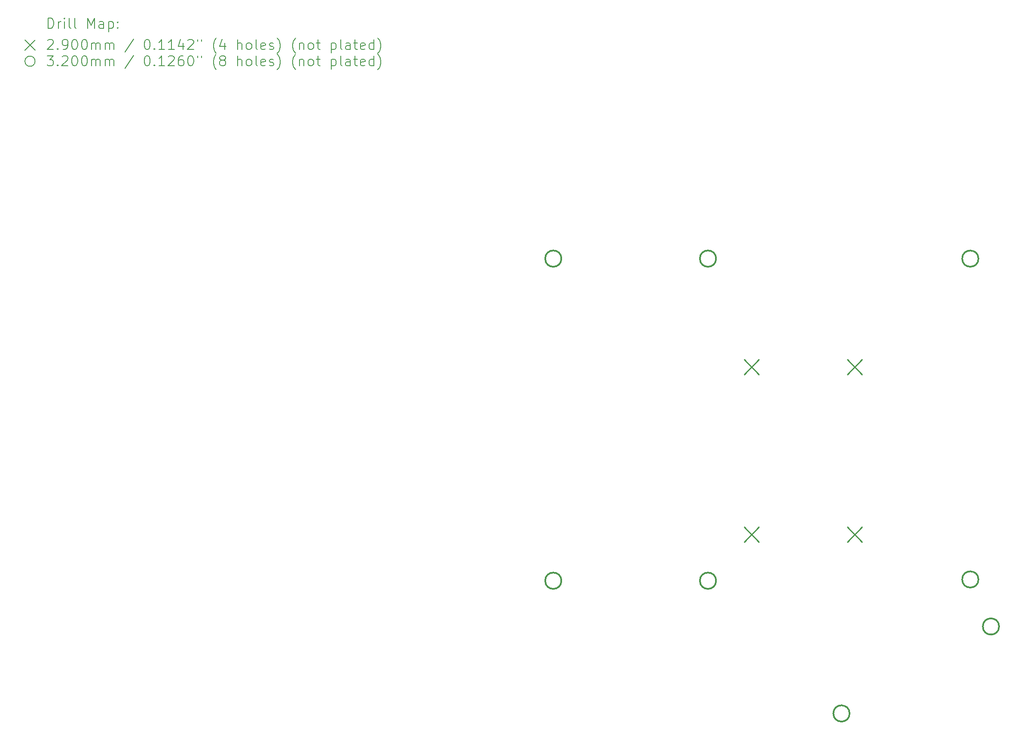
<source format=gbr>
%FSLAX45Y45*%
G04 Gerber Fmt 4.5, Leading zero omitted, Abs format (unit mm)*
G04 Created by KiCad (PCBNEW (6.0.1)) date 2022-03-10 19:24:14*
%MOMM*%
%LPD*%
G01*
G04 APERTURE LIST*
%ADD10C,0.200000*%
%ADD11C,0.290000*%
%ADD12C,0.320000*%
G04 APERTURE END LIST*
D10*
D11*
X13971351Y-6842449D02*
X14261351Y-7132449D01*
X14261351Y-6842449D02*
X13971351Y-7132449D01*
X13971351Y-10144449D02*
X14261351Y-10434449D01*
X14261351Y-10144449D02*
X13971351Y-10434449D01*
X16003351Y-6842449D02*
X16293351Y-7132449D01*
X16293351Y-6842449D02*
X16003351Y-7132449D01*
X16003351Y-10144449D02*
X16293351Y-10434449D01*
X16293351Y-10144449D02*
X16003351Y-10434449D01*
D12*
X10370800Y-4851400D02*
G75*
G03*
X10370800Y-4851400I-160000J0D01*
G01*
X10370800Y-11201400D02*
G75*
G03*
X10370800Y-11201400I-160000J0D01*
G01*
X13418800Y-4851400D02*
G75*
G03*
X13418800Y-4851400I-160000J0D01*
G01*
X13418800Y-11201400D02*
G75*
G03*
X13418800Y-11201400I-160000J0D01*
G01*
X16049300Y-13817600D02*
G75*
G03*
X16049300Y-13817600I-160000J0D01*
G01*
X18587700Y-4851400D02*
G75*
G03*
X18587700Y-4851400I-160000J0D01*
G01*
X18587700Y-11176000D02*
G75*
G03*
X18587700Y-11176000I-160000J0D01*
G01*
X18994100Y-12103100D02*
G75*
G03*
X18994100Y-12103100I-160000J0D01*
G01*
D10*
X257619Y-310476D02*
X257619Y-110476D01*
X305238Y-110476D01*
X333810Y-120000D01*
X352857Y-139048D01*
X362381Y-158095D01*
X371905Y-196190D01*
X371905Y-224762D01*
X362381Y-262857D01*
X352857Y-281905D01*
X333810Y-300952D01*
X305238Y-310476D01*
X257619Y-310476D01*
X457619Y-310476D02*
X457619Y-177143D01*
X457619Y-215238D02*
X467143Y-196190D01*
X476667Y-186667D01*
X495714Y-177143D01*
X514762Y-177143D01*
X581429Y-310476D02*
X581429Y-177143D01*
X581429Y-110476D02*
X571905Y-120000D01*
X581429Y-129524D01*
X590952Y-120000D01*
X581429Y-110476D01*
X581429Y-129524D01*
X705238Y-310476D02*
X686190Y-300952D01*
X676667Y-281905D01*
X676667Y-110476D01*
X810000Y-310476D02*
X790952Y-300952D01*
X781428Y-281905D01*
X781428Y-110476D01*
X1038571Y-310476D02*
X1038571Y-110476D01*
X1105238Y-253333D01*
X1171905Y-110476D01*
X1171905Y-310476D01*
X1352857Y-310476D02*
X1352857Y-205714D01*
X1343333Y-186667D01*
X1324286Y-177143D01*
X1286190Y-177143D01*
X1267143Y-186667D01*
X1352857Y-300952D02*
X1333810Y-310476D01*
X1286190Y-310476D01*
X1267143Y-300952D01*
X1257619Y-281905D01*
X1257619Y-262857D01*
X1267143Y-243809D01*
X1286190Y-234286D01*
X1333810Y-234286D01*
X1352857Y-224762D01*
X1448095Y-177143D02*
X1448095Y-377143D01*
X1448095Y-186667D02*
X1467143Y-177143D01*
X1505238Y-177143D01*
X1524286Y-186667D01*
X1533809Y-196190D01*
X1543333Y-215238D01*
X1543333Y-272381D01*
X1533809Y-291429D01*
X1524286Y-300952D01*
X1505238Y-310476D01*
X1467143Y-310476D01*
X1448095Y-300952D01*
X1629048Y-291429D02*
X1638571Y-300952D01*
X1629048Y-310476D01*
X1619524Y-300952D01*
X1629048Y-291429D01*
X1629048Y-310476D01*
X1629048Y-186667D02*
X1638571Y-196190D01*
X1629048Y-205714D01*
X1619524Y-196190D01*
X1629048Y-186667D01*
X1629048Y-205714D01*
X-200000Y-540000D02*
X0Y-740000D01*
X0Y-540000D02*
X-200000Y-740000D01*
X248095Y-549524D02*
X257619Y-540000D01*
X276667Y-530476D01*
X324286Y-530476D01*
X343333Y-540000D01*
X352857Y-549524D01*
X362381Y-568571D01*
X362381Y-587619D01*
X352857Y-616190D01*
X238571Y-730476D01*
X362381Y-730476D01*
X448095Y-711428D02*
X457619Y-720952D01*
X448095Y-730476D01*
X438571Y-720952D01*
X448095Y-711428D01*
X448095Y-730476D01*
X552857Y-730476D02*
X590952Y-730476D01*
X610000Y-720952D01*
X619524Y-711428D01*
X638571Y-682857D01*
X648095Y-644762D01*
X648095Y-568571D01*
X638571Y-549524D01*
X629048Y-540000D01*
X610000Y-530476D01*
X571905Y-530476D01*
X552857Y-540000D01*
X543333Y-549524D01*
X533810Y-568571D01*
X533810Y-616190D01*
X543333Y-635238D01*
X552857Y-644762D01*
X571905Y-654286D01*
X610000Y-654286D01*
X629048Y-644762D01*
X638571Y-635238D01*
X648095Y-616190D01*
X771905Y-530476D02*
X790952Y-530476D01*
X810000Y-540000D01*
X819524Y-549524D01*
X829048Y-568571D01*
X838571Y-606667D01*
X838571Y-654286D01*
X829048Y-692381D01*
X819524Y-711428D01*
X810000Y-720952D01*
X790952Y-730476D01*
X771905Y-730476D01*
X752857Y-720952D01*
X743333Y-711428D01*
X733809Y-692381D01*
X724286Y-654286D01*
X724286Y-606667D01*
X733809Y-568571D01*
X743333Y-549524D01*
X752857Y-540000D01*
X771905Y-530476D01*
X962381Y-530476D02*
X981428Y-530476D01*
X1000476Y-540000D01*
X1010000Y-549524D01*
X1019524Y-568571D01*
X1029048Y-606667D01*
X1029048Y-654286D01*
X1019524Y-692381D01*
X1010000Y-711428D01*
X1000476Y-720952D01*
X981428Y-730476D01*
X962381Y-730476D01*
X943333Y-720952D01*
X933809Y-711428D01*
X924286Y-692381D01*
X914762Y-654286D01*
X914762Y-606667D01*
X924286Y-568571D01*
X933809Y-549524D01*
X943333Y-540000D01*
X962381Y-530476D01*
X1114762Y-730476D02*
X1114762Y-597143D01*
X1114762Y-616190D02*
X1124286Y-606667D01*
X1143333Y-597143D01*
X1171905Y-597143D01*
X1190952Y-606667D01*
X1200476Y-625714D01*
X1200476Y-730476D01*
X1200476Y-625714D02*
X1210000Y-606667D01*
X1229048Y-597143D01*
X1257619Y-597143D01*
X1276667Y-606667D01*
X1286190Y-625714D01*
X1286190Y-730476D01*
X1381429Y-730476D02*
X1381429Y-597143D01*
X1381429Y-616190D02*
X1390952Y-606667D01*
X1410000Y-597143D01*
X1438571Y-597143D01*
X1457619Y-606667D01*
X1467143Y-625714D01*
X1467143Y-730476D01*
X1467143Y-625714D02*
X1476667Y-606667D01*
X1495714Y-597143D01*
X1524286Y-597143D01*
X1543333Y-606667D01*
X1552857Y-625714D01*
X1552857Y-730476D01*
X1943333Y-520952D02*
X1771905Y-778095D01*
X2200476Y-530476D02*
X2219524Y-530476D01*
X2238571Y-540000D01*
X2248095Y-549524D01*
X2257619Y-568571D01*
X2267143Y-606667D01*
X2267143Y-654286D01*
X2257619Y-692381D01*
X2248095Y-711428D01*
X2238571Y-720952D01*
X2219524Y-730476D01*
X2200476Y-730476D01*
X2181429Y-720952D01*
X2171905Y-711428D01*
X2162381Y-692381D01*
X2152857Y-654286D01*
X2152857Y-606667D01*
X2162381Y-568571D01*
X2171905Y-549524D01*
X2181429Y-540000D01*
X2200476Y-530476D01*
X2352857Y-711428D02*
X2362381Y-720952D01*
X2352857Y-730476D01*
X2343333Y-720952D01*
X2352857Y-711428D01*
X2352857Y-730476D01*
X2552857Y-730476D02*
X2438571Y-730476D01*
X2495714Y-730476D02*
X2495714Y-530476D01*
X2476667Y-559048D01*
X2457619Y-578095D01*
X2438571Y-587619D01*
X2743333Y-730476D02*
X2629048Y-730476D01*
X2686190Y-730476D02*
X2686190Y-530476D01*
X2667143Y-559048D01*
X2648095Y-578095D01*
X2629048Y-587619D01*
X2914762Y-597143D02*
X2914762Y-730476D01*
X2867143Y-520952D02*
X2819524Y-663810D01*
X2943333Y-663810D01*
X3010000Y-549524D02*
X3019524Y-540000D01*
X3038571Y-530476D01*
X3086190Y-530476D01*
X3105238Y-540000D01*
X3114762Y-549524D01*
X3124286Y-568571D01*
X3124286Y-587619D01*
X3114762Y-616190D01*
X3000476Y-730476D01*
X3124286Y-730476D01*
X3200476Y-530476D02*
X3200476Y-568571D01*
X3276667Y-530476D02*
X3276667Y-568571D01*
X3571905Y-806667D02*
X3562381Y-797143D01*
X3543333Y-768571D01*
X3533809Y-749524D01*
X3524286Y-720952D01*
X3514762Y-673333D01*
X3514762Y-635238D01*
X3524286Y-587619D01*
X3533809Y-559048D01*
X3543333Y-540000D01*
X3562381Y-511428D01*
X3571905Y-501905D01*
X3733809Y-597143D02*
X3733809Y-730476D01*
X3686190Y-520952D02*
X3638571Y-663810D01*
X3762381Y-663810D01*
X3990952Y-730476D02*
X3990952Y-530476D01*
X4076667Y-730476D02*
X4076667Y-625714D01*
X4067143Y-606667D01*
X4048095Y-597143D01*
X4019524Y-597143D01*
X4000476Y-606667D01*
X3990952Y-616190D01*
X4200476Y-730476D02*
X4181428Y-720952D01*
X4171905Y-711428D01*
X4162381Y-692381D01*
X4162381Y-635238D01*
X4171905Y-616190D01*
X4181428Y-606667D01*
X4200476Y-597143D01*
X4229048Y-597143D01*
X4248095Y-606667D01*
X4257619Y-616190D01*
X4267143Y-635238D01*
X4267143Y-692381D01*
X4257619Y-711428D01*
X4248095Y-720952D01*
X4229048Y-730476D01*
X4200476Y-730476D01*
X4381429Y-730476D02*
X4362381Y-720952D01*
X4352857Y-701905D01*
X4352857Y-530476D01*
X4533810Y-720952D02*
X4514762Y-730476D01*
X4476667Y-730476D01*
X4457619Y-720952D01*
X4448095Y-701905D01*
X4448095Y-625714D01*
X4457619Y-606667D01*
X4476667Y-597143D01*
X4514762Y-597143D01*
X4533810Y-606667D01*
X4543333Y-625714D01*
X4543333Y-644762D01*
X4448095Y-663810D01*
X4619524Y-720952D02*
X4638571Y-730476D01*
X4676667Y-730476D01*
X4695714Y-720952D01*
X4705238Y-701905D01*
X4705238Y-692381D01*
X4695714Y-673333D01*
X4676667Y-663810D01*
X4648095Y-663810D01*
X4629048Y-654286D01*
X4619524Y-635238D01*
X4619524Y-625714D01*
X4629048Y-606667D01*
X4648095Y-597143D01*
X4676667Y-597143D01*
X4695714Y-606667D01*
X4771905Y-806667D02*
X4781429Y-797143D01*
X4800476Y-768571D01*
X4810000Y-749524D01*
X4819524Y-720952D01*
X4829048Y-673333D01*
X4829048Y-635238D01*
X4819524Y-587619D01*
X4810000Y-559048D01*
X4800476Y-540000D01*
X4781429Y-511428D01*
X4771905Y-501905D01*
X5133810Y-806667D02*
X5124286Y-797143D01*
X5105238Y-768571D01*
X5095714Y-749524D01*
X5086190Y-720952D01*
X5076667Y-673333D01*
X5076667Y-635238D01*
X5086190Y-587619D01*
X5095714Y-559048D01*
X5105238Y-540000D01*
X5124286Y-511428D01*
X5133810Y-501905D01*
X5210000Y-597143D02*
X5210000Y-730476D01*
X5210000Y-616190D02*
X5219524Y-606667D01*
X5238571Y-597143D01*
X5267143Y-597143D01*
X5286190Y-606667D01*
X5295714Y-625714D01*
X5295714Y-730476D01*
X5419524Y-730476D02*
X5400476Y-720952D01*
X5390952Y-711428D01*
X5381429Y-692381D01*
X5381429Y-635238D01*
X5390952Y-616190D01*
X5400476Y-606667D01*
X5419524Y-597143D01*
X5448095Y-597143D01*
X5467143Y-606667D01*
X5476667Y-616190D01*
X5486190Y-635238D01*
X5486190Y-692381D01*
X5476667Y-711428D01*
X5467143Y-720952D01*
X5448095Y-730476D01*
X5419524Y-730476D01*
X5543333Y-597143D02*
X5619524Y-597143D01*
X5571905Y-530476D02*
X5571905Y-701905D01*
X5581429Y-720952D01*
X5600476Y-730476D01*
X5619524Y-730476D01*
X5838571Y-597143D02*
X5838571Y-797143D01*
X5838571Y-606667D02*
X5857619Y-597143D01*
X5895714Y-597143D01*
X5914762Y-606667D01*
X5924286Y-616190D01*
X5933809Y-635238D01*
X5933809Y-692381D01*
X5924286Y-711428D01*
X5914762Y-720952D01*
X5895714Y-730476D01*
X5857619Y-730476D01*
X5838571Y-720952D01*
X6048095Y-730476D02*
X6029048Y-720952D01*
X6019524Y-701905D01*
X6019524Y-530476D01*
X6210000Y-730476D02*
X6210000Y-625714D01*
X6200476Y-606667D01*
X6181428Y-597143D01*
X6143333Y-597143D01*
X6124286Y-606667D01*
X6210000Y-720952D02*
X6190952Y-730476D01*
X6143333Y-730476D01*
X6124286Y-720952D01*
X6114762Y-701905D01*
X6114762Y-682857D01*
X6124286Y-663810D01*
X6143333Y-654286D01*
X6190952Y-654286D01*
X6210000Y-644762D01*
X6276667Y-597143D02*
X6352857Y-597143D01*
X6305238Y-530476D02*
X6305238Y-701905D01*
X6314762Y-720952D01*
X6333809Y-730476D01*
X6352857Y-730476D01*
X6495714Y-720952D02*
X6476667Y-730476D01*
X6438571Y-730476D01*
X6419524Y-720952D01*
X6410000Y-701905D01*
X6410000Y-625714D01*
X6419524Y-606667D01*
X6438571Y-597143D01*
X6476667Y-597143D01*
X6495714Y-606667D01*
X6505238Y-625714D01*
X6505238Y-644762D01*
X6410000Y-663810D01*
X6676667Y-730476D02*
X6676667Y-530476D01*
X6676667Y-720952D02*
X6657619Y-730476D01*
X6619524Y-730476D01*
X6600476Y-720952D01*
X6590952Y-711428D01*
X6581428Y-692381D01*
X6581428Y-635238D01*
X6590952Y-616190D01*
X6600476Y-606667D01*
X6619524Y-597143D01*
X6657619Y-597143D01*
X6676667Y-606667D01*
X6752857Y-806667D02*
X6762381Y-797143D01*
X6781428Y-768571D01*
X6790952Y-749524D01*
X6800476Y-720952D01*
X6810000Y-673333D01*
X6810000Y-635238D01*
X6800476Y-587619D01*
X6790952Y-559048D01*
X6781428Y-540000D01*
X6762381Y-511428D01*
X6752857Y-501905D01*
X0Y-960000D02*
G75*
G03*
X0Y-960000I-100000J0D01*
G01*
X238571Y-850476D02*
X362381Y-850476D01*
X295714Y-926667D01*
X324286Y-926667D01*
X343333Y-936190D01*
X352857Y-945714D01*
X362381Y-964762D01*
X362381Y-1012381D01*
X352857Y-1031428D01*
X343333Y-1040952D01*
X324286Y-1050476D01*
X267143Y-1050476D01*
X248095Y-1040952D01*
X238571Y-1031428D01*
X448095Y-1031428D02*
X457619Y-1040952D01*
X448095Y-1050476D01*
X438571Y-1040952D01*
X448095Y-1031428D01*
X448095Y-1050476D01*
X533810Y-869524D02*
X543333Y-860000D01*
X562381Y-850476D01*
X610000Y-850476D01*
X629048Y-860000D01*
X638571Y-869524D01*
X648095Y-888571D01*
X648095Y-907619D01*
X638571Y-936190D01*
X524286Y-1050476D01*
X648095Y-1050476D01*
X771905Y-850476D02*
X790952Y-850476D01*
X810000Y-860000D01*
X819524Y-869524D01*
X829048Y-888571D01*
X838571Y-926667D01*
X838571Y-974286D01*
X829048Y-1012381D01*
X819524Y-1031428D01*
X810000Y-1040952D01*
X790952Y-1050476D01*
X771905Y-1050476D01*
X752857Y-1040952D01*
X743333Y-1031428D01*
X733809Y-1012381D01*
X724286Y-974286D01*
X724286Y-926667D01*
X733809Y-888571D01*
X743333Y-869524D01*
X752857Y-860000D01*
X771905Y-850476D01*
X962381Y-850476D02*
X981428Y-850476D01*
X1000476Y-860000D01*
X1010000Y-869524D01*
X1019524Y-888571D01*
X1029048Y-926667D01*
X1029048Y-974286D01*
X1019524Y-1012381D01*
X1010000Y-1031428D01*
X1000476Y-1040952D01*
X981428Y-1050476D01*
X962381Y-1050476D01*
X943333Y-1040952D01*
X933809Y-1031428D01*
X924286Y-1012381D01*
X914762Y-974286D01*
X914762Y-926667D01*
X924286Y-888571D01*
X933809Y-869524D01*
X943333Y-860000D01*
X962381Y-850476D01*
X1114762Y-1050476D02*
X1114762Y-917143D01*
X1114762Y-936190D02*
X1124286Y-926667D01*
X1143333Y-917143D01*
X1171905Y-917143D01*
X1190952Y-926667D01*
X1200476Y-945714D01*
X1200476Y-1050476D01*
X1200476Y-945714D02*
X1210000Y-926667D01*
X1229048Y-917143D01*
X1257619Y-917143D01*
X1276667Y-926667D01*
X1286190Y-945714D01*
X1286190Y-1050476D01*
X1381429Y-1050476D02*
X1381429Y-917143D01*
X1381429Y-936190D02*
X1390952Y-926667D01*
X1410000Y-917143D01*
X1438571Y-917143D01*
X1457619Y-926667D01*
X1467143Y-945714D01*
X1467143Y-1050476D01*
X1467143Y-945714D02*
X1476667Y-926667D01*
X1495714Y-917143D01*
X1524286Y-917143D01*
X1543333Y-926667D01*
X1552857Y-945714D01*
X1552857Y-1050476D01*
X1943333Y-840952D02*
X1771905Y-1098095D01*
X2200476Y-850476D02*
X2219524Y-850476D01*
X2238571Y-860000D01*
X2248095Y-869524D01*
X2257619Y-888571D01*
X2267143Y-926667D01*
X2267143Y-974286D01*
X2257619Y-1012381D01*
X2248095Y-1031428D01*
X2238571Y-1040952D01*
X2219524Y-1050476D01*
X2200476Y-1050476D01*
X2181429Y-1040952D01*
X2171905Y-1031428D01*
X2162381Y-1012381D01*
X2152857Y-974286D01*
X2152857Y-926667D01*
X2162381Y-888571D01*
X2171905Y-869524D01*
X2181429Y-860000D01*
X2200476Y-850476D01*
X2352857Y-1031428D02*
X2362381Y-1040952D01*
X2352857Y-1050476D01*
X2343333Y-1040952D01*
X2352857Y-1031428D01*
X2352857Y-1050476D01*
X2552857Y-1050476D02*
X2438571Y-1050476D01*
X2495714Y-1050476D02*
X2495714Y-850476D01*
X2476667Y-879048D01*
X2457619Y-898095D01*
X2438571Y-907619D01*
X2629048Y-869524D02*
X2638571Y-860000D01*
X2657619Y-850476D01*
X2705238Y-850476D01*
X2724286Y-860000D01*
X2733810Y-869524D01*
X2743333Y-888571D01*
X2743333Y-907619D01*
X2733810Y-936190D01*
X2619524Y-1050476D01*
X2743333Y-1050476D01*
X2914762Y-850476D02*
X2876667Y-850476D01*
X2857619Y-860000D01*
X2848095Y-869524D01*
X2829048Y-898095D01*
X2819524Y-936190D01*
X2819524Y-1012381D01*
X2829048Y-1031428D01*
X2838571Y-1040952D01*
X2857619Y-1050476D01*
X2895714Y-1050476D01*
X2914762Y-1040952D01*
X2924286Y-1031428D01*
X2933809Y-1012381D01*
X2933809Y-964762D01*
X2924286Y-945714D01*
X2914762Y-936190D01*
X2895714Y-926667D01*
X2857619Y-926667D01*
X2838571Y-936190D01*
X2829048Y-945714D01*
X2819524Y-964762D01*
X3057619Y-850476D02*
X3076667Y-850476D01*
X3095714Y-860000D01*
X3105238Y-869524D01*
X3114762Y-888571D01*
X3124286Y-926667D01*
X3124286Y-974286D01*
X3114762Y-1012381D01*
X3105238Y-1031428D01*
X3095714Y-1040952D01*
X3076667Y-1050476D01*
X3057619Y-1050476D01*
X3038571Y-1040952D01*
X3029048Y-1031428D01*
X3019524Y-1012381D01*
X3010000Y-974286D01*
X3010000Y-926667D01*
X3019524Y-888571D01*
X3029048Y-869524D01*
X3038571Y-860000D01*
X3057619Y-850476D01*
X3200476Y-850476D02*
X3200476Y-888571D01*
X3276667Y-850476D02*
X3276667Y-888571D01*
X3571905Y-1126667D02*
X3562381Y-1117143D01*
X3543333Y-1088571D01*
X3533809Y-1069524D01*
X3524286Y-1040952D01*
X3514762Y-993333D01*
X3514762Y-955238D01*
X3524286Y-907619D01*
X3533809Y-879048D01*
X3543333Y-860000D01*
X3562381Y-831428D01*
X3571905Y-821905D01*
X3676667Y-936190D02*
X3657619Y-926667D01*
X3648095Y-917143D01*
X3638571Y-898095D01*
X3638571Y-888571D01*
X3648095Y-869524D01*
X3657619Y-860000D01*
X3676667Y-850476D01*
X3714762Y-850476D01*
X3733809Y-860000D01*
X3743333Y-869524D01*
X3752857Y-888571D01*
X3752857Y-898095D01*
X3743333Y-917143D01*
X3733809Y-926667D01*
X3714762Y-936190D01*
X3676667Y-936190D01*
X3657619Y-945714D01*
X3648095Y-955238D01*
X3638571Y-974286D01*
X3638571Y-1012381D01*
X3648095Y-1031428D01*
X3657619Y-1040952D01*
X3676667Y-1050476D01*
X3714762Y-1050476D01*
X3733809Y-1040952D01*
X3743333Y-1031428D01*
X3752857Y-1012381D01*
X3752857Y-974286D01*
X3743333Y-955238D01*
X3733809Y-945714D01*
X3714762Y-936190D01*
X3990952Y-1050476D02*
X3990952Y-850476D01*
X4076667Y-1050476D02*
X4076667Y-945714D01*
X4067143Y-926667D01*
X4048095Y-917143D01*
X4019524Y-917143D01*
X4000476Y-926667D01*
X3990952Y-936190D01*
X4200476Y-1050476D02*
X4181428Y-1040952D01*
X4171905Y-1031428D01*
X4162381Y-1012381D01*
X4162381Y-955238D01*
X4171905Y-936190D01*
X4181428Y-926667D01*
X4200476Y-917143D01*
X4229048Y-917143D01*
X4248095Y-926667D01*
X4257619Y-936190D01*
X4267143Y-955238D01*
X4267143Y-1012381D01*
X4257619Y-1031428D01*
X4248095Y-1040952D01*
X4229048Y-1050476D01*
X4200476Y-1050476D01*
X4381429Y-1050476D02*
X4362381Y-1040952D01*
X4352857Y-1021905D01*
X4352857Y-850476D01*
X4533810Y-1040952D02*
X4514762Y-1050476D01*
X4476667Y-1050476D01*
X4457619Y-1040952D01*
X4448095Y-1021905D01*
X4448095Y-945714D01*
X4457619Y-926667D01*
X4476667Y-917143D01*
X4514762Y-917143D01*
X4533810Y-926667D01*
X4543333Y-945714D01*
X4543333Y-964762D01*
X4448095Y-983809D01*
X4619524Y-1040952D02*
X4638571Y-1050476D01*
X4676667Y-1050476D01*
X4695714Y-1040952D01*
X4705238Y-1021905D01*
X4705238Y-1012381D01*
X4695714Y-993333D01*
X4676667Y-983809D01*
X4648095Y-983809D01*
X4629048Y-974286D01*
X4619524Y-955238D01*
X4619524Y-945714D01*
X4629048Y-926667D01*
X4648095Y-917143D01*
X4676667Y-917143D01*
X4695714Y-926667D01*
X4771905Y-1126667D02*
X4781429Y-1117143D01*
X4800476Y-1088571D01*
X4810000Y-1069524D01*
X4819524Y-1040952D01*
X4829048Y-993333D01*
X4829048Y-955238D01*
X4819524Y-907619D01*
X4810000Y-879048D01*
X4800476Y-860000D01*
X4781429Y-831428D01*
X4771905Y-821905D01*
X5133810Y-1126667D02*
X5124286Y-1117143D01*
X5105238Y-1088571D01*
X5095714Y-1069524D01*
X5086190Y-1040952D01*
X5076667Y-993333D01*
X5076667Y-955238D01*
X5086190Y-907619D01*
X5095714Y-879048D01*
X5105238Y-860000D01*
X5124286Y-831428D01*
X5133810Y-821905D01*
X5210000Y-917143D02*
X5210000Y-1050476D01*
X5210000Y-936190D02*
X5219524Y-926667D01*
X5238571Y-917143D01*
X5267143Y-917143D01*
X5286190Y-926667D01*
X5295714Y-945714D01*
X5295714Y-1050476D01*
X5419524Y-1050476D02*
X5400476Y-1040952D01*
X5390952Y-1031428D01*
X5381429Y-1012381D01*
X5381429Y-955238D01*
X5390952Y-936190D01*
X5400476Y-926667D01*
X5419524Y-917143D01*
X5448095Y-917143D01*
X5467143Y-926667D01*
X5476667Y-936190D01*
X5486190Y-955238D01*
X5486190Y-1012381D01*
X5476667Y-1031428D01*
X5467143Y-1040952D01*
X5448095Y-1050476D01*
X5419524Y-1050476D01*
X5543333Y-917143D02*
X5619524Y-917143D01*
X5571905Y-850476D02*
X5571905Y-1021905D01*
X5581429Y-1040952D01*
X5600476Y-1050476D01*
X5619524Y-1050476D01*
X5838571Y-917143D02*
X5838571Y-1117143D01*
X5838571Y-926667D02*
X5857619Y-917143D01*
X5895714Y-917143D01*
X5914762Y-926667D01*
X5924286Y-936190D01*
X5933809Y-955238D01*
X5933809Y-1012381D01*
X5924286Y-1031428D01*
X5914762Y-1040952D01*
X5895714Y-1050476D01*
X5857619Y-1050476D01*
X5838571Y-1040952D01*
X6048095Y-1050476D02*
X6029048Y-1040952D01*
X6019524Y-1021905D01*
X6019524Y-850476D01*
X6210000Y-1050476D02*
X6210000Y-945714D01*
X6200476Y-926667D01*
X6181428Y-917143D01*
X6143333Y-917143D01*
X6124286Y-926667D01*
X6210000Y-1040952D02*
X6190952Y-1050476D01*
X6143333Y-1050476D01*
X6124286Y-1040952D01*
X6114762Y-1021905D01*
X6114762Y-1002857D01*
X6124286Y-983809D01*
X6143333Y-974286D01*
X6190952Y-974286D01*
X6210000Y-964762D01*
X6276667Y-917143D02*
X6352857Y-917143D01*
X6305238Y-850476D02*
X6305238Y-1021905D01*
X6314762Y-1040952D01*
X6333809Y-1050476D01*
X6352857Y-1050476D01*
X6495714Y-1040952D02*
X6476667Y-1050476D01*
X6438571Y-1050476D01*
X6419524Y-1040952D01*
X6410000Y-1021905D01*
X6410000Y-945714D01*
X6419524Y-926667D01*
X6438571Y-917143D01*
X6476667Y-917143D01*
X6495714Y-926667D01*
X6505238Y-945714D01*
X6505238Y-964762D01*
X6410000Y-983809D01*
X6676667Y-1050476D02*
X6676667Y-850476D01*
X6676667Y-1040952D02*
X6657619Y-1050476D01*
X6619524Y-1050476D01*
X6600476Y-1040952D01*
X6590952Y-1031428D01*
X6581428Y-1012381D01*
X6581428Y-955238D01*
X6590952Y-936190D01*
X6600476Y-926667D01*
X6619524Y-917143D01*
X6657619Y-917143D01*
X6676667Y-926667D01*
X6752857Y-1126667D02*
X6762381Y-1117143D01*
X6781428Y-1088571D01*
X6790952Y-1069524D01*
X6800476Y-1040952D01*
X6810000Y-993333D01*
X6810000Y-955238D01*
X6800476Y-907619D01*
X6790952Y-879048D01*
X6781428Y-860000D01*
X6762381Y-831428D01*
X6752857Y-821905D01*
M02*

</source>
